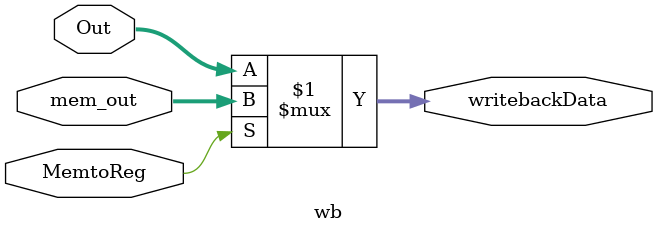
<source format=v>
/*
   CS/ECE 552 Spring '20
  
   Filename        : wb.v
   Description     : This is the module for the overall Write Back stage of the processor.
*/
module wb (mem_out,Out,writebackData,MemtoReg);


input [15:0] mem_out, Out;
input MemtoReg;
output [15:0] writebackData;



assign writebackData = MemtoReg ? mem_out: Out;

   // TODO: Your code here
   
endmodule

</source>
